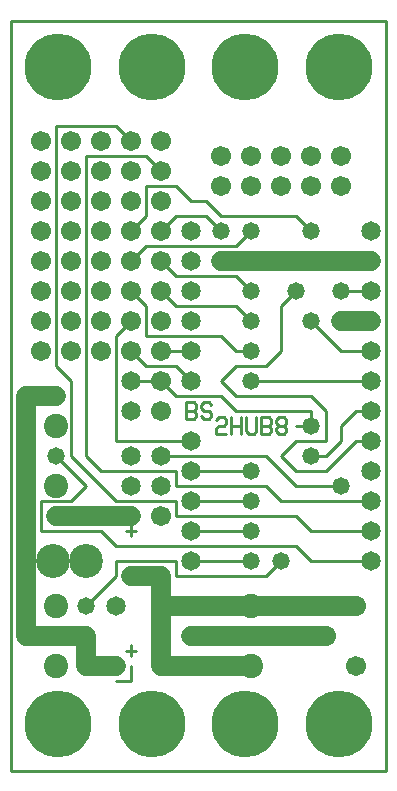
<source format=gtl>
%MOIN*%
%FSLAX25Y25*%
G04 D10 used for Character Trace; *
G04     Circle (OD=.01000) (No hole)*
G04 D11 used for Power Trace; *
G04     Circle (OD=.06700) (No hole)*
G04 D12 used for Signal Trace; *
G04     Circle (OD=.01100) (No hole)*
G04 D13 used for Via; *
G04     Circle (OD=.05800) (Round. Hole ID=.02800)*
G04 D14 used for Component hole; *
G04     Circle (OD=.06500) (Round. Hole ID=.03500)*
G04 D15 used for Component hole; *
G04     Circle (OD=.06700) (Round. Hole ID=.04300)*
G04 D16 used for Component hole; *
G04     Circle (OD=.08100) (Round. Hole ID=.05100)*
G04 D17 used for Component hole; *
G04     Circle (OD=.08900) (Round. Hole ID=.05900)*
G04 D18 used for Component hole; *
G04     Circle (OD=.11300) (Round. Hole ID=.08300)*
G04 D19 used for Component hole; *
G04     Circle (OD=.16000) (Round. Hole ID=.13000)*
G04 D20 used for Component hole; *
G04     Circle (OD=.18300) (Round. Hole ID=.15300)*
G04 D21 used for Component hole; *
G04     Circle (OD=.22291) (Round. Hole ID=.19291)*
%ADD10C,.01000*%
%ADD11C,.06700*%
%ADD12C,.01100*%
%ADD13C,.05800*%
%ADD14C,.06500*%
%ADD15C,.06700*%
%ADD16C,.08100*%
%ADD17C,.08900*%
%ADD18C,.11300*%
%ADD19C,.16000*%
%ADD20C,.18300*%
%ADD21C,.22291*%
%IPPOS*%
%LPD*%
G90*X0Y0D02*D21*X15625Y15625D03*D14*              
X35000Y35000D03*D11*X25000D01*Y45000D01*X5000D01* 
Y125000D01*X15000D01*D13*D03*D12*X20000Y105000D02*
Y130000D01*X35000Y90000D02*X20000Y105000D01*      
X35000Y90000D02*X55000D01*Y85000D01*X95000D01*    
X100000Y80000D01*X120000D01*D14*D03*Y90000D03*D12*
X90000D01*X85000Y95000D01*X55000D01*Y100000D01*   
X30000D01*X25000Y105000D01*Y205000D01*X45000D01*  
X50000Y200000D01*D15*D03*D12*X60000Y190000D02*    
X55000Y195000D01*X60000Y190000D02*X65000D01*      
X70000Y185000D01*X95000D01*X100000Y180000D01*D13* 
D03*X110000Y170000D03*D11*X70000D01*D13*D03*D12*  
X80000Y160000D02*X75000Y165000D01*D13*            
X80000Y160000D03*D12*X55000Y165000D02*X75000D01*  
X55000D02*X50000Y170000D01*D15*D03*D12*X40000D02* 
X45000Y175000D01*D15*X40000Y170000D03*D12*        
X45000Y175000D02*X75000D01*X80000Y180000D01*D13*  
D03*X70000D03*D12*X65000Y185000D01*X55000D01*     
X50000Y180000D01*D15*D03*D12*X40000D02*           
X45000Y185000D01*D15*X40000Y180000D03*D12*        
X45000Y185000D02*Y195000D01*X55000D01*D15*        
X50000Y190000D03*X40000Y210000D03*D12*            
X35000Y215000D01*X15000D01*Y135000D01*            
X20000Y130000D01*D15*X30000Y140000D03*X10000D03*  
X20000D03*D12*X35000Y110000D02*Y145000D01*        
Y110000D02*X60000D01*D14*D03*D15*X50000Y120000D03*
D10*X58326Y117129D02*Y122871D01*X60837D01*        
X61674Y121914D01*Y120957D01*X60837Y120000D01*     
X61674Y119043D01*Y118086D01*X60837Y117129D01*     
X58326D01*Y120000D02*X60837D01*X66674Y121914D02*  
X65837Y122871D01*X64163D01*X63326Y121914D01*      
Y120957D01*X64163Y120000D01*X65837D01*            
X66674Y119043D01*Y118086D01*X65837Y117129D01*     
X64163D01*X63326Y118086D01*D14*X60000Y100000D03*  
D12*X80000D01*D13*D03*D12*X95000Y95000D02*        
X85000Y105000D01*X95000Y95000D02*X110000D01*D13*  
D03*D12*X95000Y100000D02*X105000D01*X95000D02*    
X90000Y105000D01*X95000Y110000D01*X105000D01*     
Y120000D01*X100000Y125000D01*X75000D01*           
X70000Y130000D01*X75000Y135000D01*X85000D01*      
X90000Y140000D01*Y155000D01*X95000Y160000D01*D13* 
D03*X100000Y150000D03*D12*X110000Y140000D01*      
X120000D01*D14*D03*D13*X110000Y150000D03*D11*     
X120000D01*D14*D03*D13*X110000Y160000D03*D12*     
X120000D01*D14*D03*D11*X110000Y170000D02*         
X120000D01*D14*D03*Y180000D03*D15*                
X110000Y195000D03*X100000D03*X90000D03*           
X110000Y205000D03*X100000D03*X90000D03*D13*       
X80000Y130000D03*D12*X120000D01*D14*D03*D12*      
X110000Y115000D02*X115000Y120000D01*              
X110000Y110000D02*Y115000D01*X105000Y105000D02*   
X110000Y110000D01*X100000Y105000D02*X105000D01*   
D13*X100000D03*D12*X105000Y100000D02*             
X115000Y110000D01*X120000D01*D14*D03*Y120000D03*  
D12*X115000D01*X100000Y115000D02*Y120000D01*D13*  
Y115000D03*D12*X95000D01*X75000Y120000D02*        
X100000D01*X75000D02*X70000Y125000D01*X55000D01*  
X50000Y130000D01*D15*D03*D12*X40000D01*D14*D03*   
D12*X45000Y135000D02*X55000D01*X60000Y130000D01*  
D14*D03*D15*X50000Y140000D03*D12*X60000D01*D14*   
D03*D15*X50000Y150000D03*D14*X60000D03*D12*       
X75000Y140000D02*X70000Y145000D01*                
X75000Y140000D02*X80000D01*D13*D03*D12*           
X45000Y145000D02*X70000D01*X45000D02*Y155000D01*  
X40000Y160000D01*D15*D03*X30000Y170000D03*        
Y150000D03*X50000Y160000D03*D12*X55000Y155000D01* 
X75000D01*X80000Y150000D01*D13*D03*D14*           
X60000Y170000D03*Y160000D03*Y180000D03*D10*       
X68326Y116914D02*X69163Y117871D01*X70837D01*      
X71674Y116914D01*Y115957D01*X70837Y115000D01*     
X69163D01*X68326Y114043D01*Y112129D01*X71674D01*  
X73326D02*Y117871D01*X76674Y112129D02*Y117871D01* 
X73326Y115000D02*X76674D01*X81674Y117871D02*      
Y113086D01*X80837Y112129D01*X79163D01*            
X78326Y113086D01*Y117871D01*X83326Y112129D02*     
Y117871D01*X85837D01*X86674Y116914D01*Y115957D01* 
X85837Y115000D01*X86674Y114043D01*Y113086D01*     
X85837Y112129D01*X83326D01*Y115000D02*X85837D01*  
X89163D02*X88326Y115957D01*Y116914D01*            
X89163Y117871D01*X90837D01*X91674Y116914D01*      
Y115957D01*X90837Y115000D01*X89163D01*            
X88326Y114043D01*Y113086D01*X89163Y112129D01*     
X90837D01*X91674Y113086D01*Y114043D01*            
X90837Y115000D01*D12*X45000Y135000D02*            
X40000Y140000D01*D15*D03*D12*X35000Y145000D02*    
X40000Y150000D01*D15*D03*X30000Y160000D03*        
X20000Y170000D03*Y160000D03*Y150000D03*           
X10000Y180000D03*Y170000D03*Y160000D03*Y150000D03*
D14*X40000Y120000D03*D15*X30000Y180000D03*        
X20000D03*D16*X15000Y115000D03*D15*               
X40000Y190000D03*X30000D03*X20000D03*X10000D03*   
D12*X50000Y105000D02*X85000D01*D14*X50000D03*     
X40000Y95000D03*Y105000D03*X50000Y95000D03*       
X60000Y90000D03*D12*X80000D01*D13*D03*Y80000D03*  
D12*X60000D01*D14*D03*D15*X50000Y85000D03*D12*    
X55000Y65000D02*Y70000D01*Y65000D02*X85000D01*    
X90000Y70000D01*D13*D03*D12*X100000D02*           
X95000Y75000D01*X100000Y70000D02*X120000D01*D14*  
D03*D15*X115000Y55000D03*D11*X80000D01*D16*D03*   
D11*X50000D01*Y45000D01*D15*D03*D11*Y35000D01*    
X80000D01*D16*D03*D13*X60000Y45000D03*D11*        
X105000D01*D15*D03*X115000Y35000D03*D13*          
X80000Y70000D03*D12*X60000D01*D14*D03*D12*        
X35000D02*X55000D01*X35000Y65000D02*Y70000D01*    
X25000Y55000D02*X35000Y65000D01*D13*              
X25000Y55000D03*D14*X35000D03*D16*X15000D03*D10*  
X38326Y40000D02*X41674D01*X40000Y41914D02*        
Y38086D01*D18*X25000Y70000D03*D14*X40000Y65000D03*
D11*X50000D01*Y55000D01*D12*X40000Y30000D02*      
Y35000D01*X35000Y30000D02*X40000D01*D21*          
X46875Y15625D03*D16*X15000Y35000D03*D12*X0Y0D02*  
X125000D01*Y250000D01*X0D01*Y0D01*D18*            
X14000Y70000D03*D12*X35000Y75000D02*X95000D01*D14*
X120000Y100000D03*X40000Y85000D03*D11*X15000D01*  
D13*D03*D12*X10000Y90000D02*X20000D01*            
X10000Y80000D02*Y90000D01*Y80000D02*X30000D01*    
X35000Y75000D01*D10*X38326Y80000D02*X41674D01*    
X40000Y81914D02*Y78086D01*D12*X20000Y90000D02*    
X25000Y95000D01*X15000Y105000D01*D13*D03*D16*     
Y95000D03*D15*X80000Y195000D03*X70000D03*D21*     
X78125Y15625D03*X109375D03*D15*X40000Y200000D03*  
X30000D03*X20000D03*X10000D03*X80000Y205000D03*   
X70000D03*X50000Y210000D03*X30000D03*X20000D03*   
X10000D03*D21*X109375Y234375D03*X78125D03*        
X46875D03*X15625D03*M02*                          

</source>
